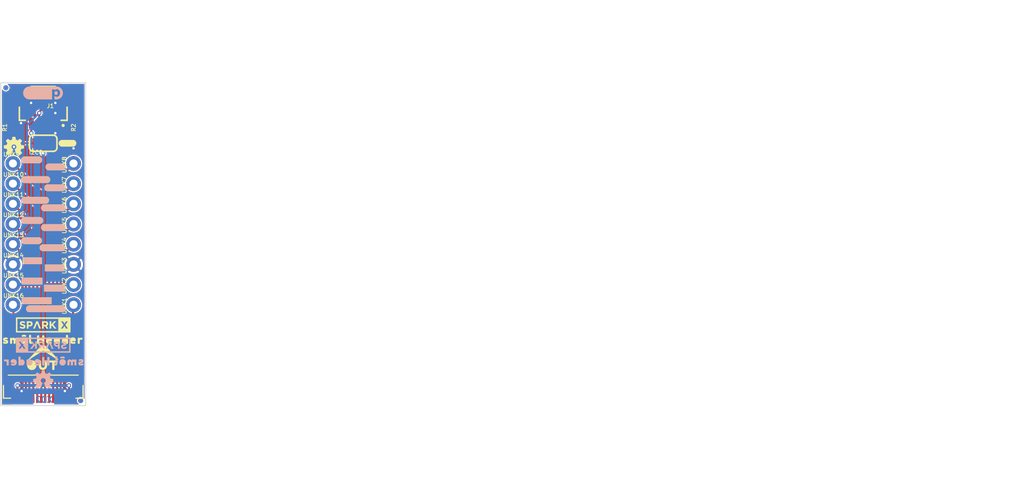
<source format=kicad_pcb>
(kicad_pcb (version 20211014) (generator pcbnew)
  (layers (0 "F.Cu" signal) (31 "B.Cu" signal) (34 "B.Paste" user) (35 "F.Paste" user) (36 "B.SilkS" user "B.Silkscreen") (37 "F.SilkS" user "F.Silkscreen") (38 "B.Mask" user) (39 "F.Mask" user) (44 "Edge.Cuts" user))
  (net 0 "")
  (net 1 "GND")
  (net 2 "SCLK")
  (net 3 "COPI")
  (net 4 "CIPO")
  (net 5 "CS0")
  (net 6 "CS1")
  (net 7 "CS2")
  (net 8 "GPIO0")
  (net 9 "GPIO1")
  (net 10 "SDA")
  (net 11 "SCL")
  (net 12 "3.3V")
  (net 13 "V_USB")
  (net 14 "PROC_PWR_EN")
  (net 15 "N$1")
  (net 16 "N$2")
  (footprint "eagleBoard:#SDA#0" (layer "F.Cu") (at 147.1041 102.0191)
    (fp_text reference "U$11" hide)
    (fp_text value "" hide)
  )
  (footprint "eagleBoard:SMOL_SMALL" (layer "F.Cu") (at 148.5011 118.4021)
    (fp_text reference "U$39" hide)
    (fp_text value "SMOL_LOGOSMALL" hide)
  )
  (footprint "eagleBoard:0603" (layer "F.Cu") (at 152.8191 89.7636 -90)
    (fp_text reference "R2" (at 0 0.508 90) (layer "F.SilkS") (effects (font (size 0.512064 0.512064) (thickness 0.097536)) (justify right)))
    (fp_text value "2.2k" hide)
    (pad "1" smd roundrect (at -0.85 0 270) (size 1.1 1) (layers "F.Cu" "F.Paste" "F.Mask") (roundrect_rratio 0.0508) (net 10 "SDA"))
    (pad "2" smd roundrect (at 0.85 0 270) (size 1.1 1) (layers "F.Cu" "F.Paste" "F.Mask") (roundrect_rratio 0.0508) (net 16 "N$2"))
  )
  (footprint "eagleBoard:#3#3V#0" (layer "F.Cu") (at 149.8981 110.5281)
    (fp_text reference "U$4" hide)
    (fp_text value "" hide)
  )
  (footprint "eagleBoard:OUT0" (layer "F.Cu") (at 148.5011 120.2436)
    (fp_text reference "U$37" hide)
    (fp_text value "" hide)
  )
  (footprint "eagleBoard:#GPIO1#0" (layer "F.Cu") (at 147.4851 99.4791)
    (fp_text reference "U$14" hide)
    (fp_text value "" hide)
  )
  (footprint "eagleBoard:0603" (layer "F.Cu") (at 144.1831 89.7636 -90)
    (fp_text reference "R1" (at 0 0.508 90) (layer "F.SilkS") (effects (font (size 0.512064 0.512064) (thickness 0.097536)) (justify right)))
    (fp_text value "2.2k" hide)
    (pad "1" smd roundrect (at -0.85 0 270) (size 1.1 1) (layers "F.Cu" "F.Paste" "F.Mask") (roundrect_rratio 0.0508) (net 11 "SCL"))
    (pad "2" smd roundrect (at 0.85 0 270) (size 1.1 1) (layers "F.Cu" "F.Paste" "F.Mask") (roundrect_rratio 0.0508) (net 15 "N$1"))
  )
  (footprint "eagleBoard:1X01_NO_SILK" (layer "F.Cu") (at 152.3111 94.8436 90)
    (fp_text reference "UNK8" (at -1.27 -1.143 90) (layer "F.SilkS") (effects (font (size 0.512064 0.512064) (thickness 0.097536)) (justify left)))
    (fp_text value "")
    (pad "1" thru_hole circle (at 0 0 180) (size 1.8796 1.8796) (drill 1.016) (layers *.Cu *.Mask) (net 6 "CS1"))
  )
  (footprint "eagleBoard:#GND#0" (layer "F.Cu") (at 149.8981 107.9881)
    (fp_text reference "U$6" hide)
    (fp_text value "" hide)
  )
  (footprint "eagleBoard:1X01_NO_SILK" (layer "F.Cu") (at 144.6911 107.5436)
    (fp_text reference "UNK14" (at -1.27 -1.143) (layer "F.SilkS") (effects (font (size 0.512064 0.512064) (thickness 0.097536)) (justify left)))
    (fp_text value "")
    (pad "1" thru_hole circle (at 0 0 90) (size 1.8796 1.8796) (drill 1.016) (layers *.Cu *.Mask) (net 1 "GND"))
  )
  (footprint "eagleBoard:ORDERING_INSTRUCTIONS" (layer "F.Cu") (at 162.2171 74.5236)
    (fp_text reference "LOGO1" hide)
    (fp_text value "SPECIAL_INSTRUCTIONS-ORDERING" hide)
  )
  (footprint "eagleBoard:#GPIO0#0" (layer "F.Cu") (at 147.5486 96.8756)
    (fp_text reference "U$16" hide)
    (fp_text value "" hide)
  )
  (footprint "eagleBoard:#V_USB#0" (layer "F.Cu") (at 147.6756 112.1156)
    (fp_text reference "U$3" hide)
    (fp_text value "" hide)
  )
  (footprint "eagleBoard:#CS2#0" (layer "F.Cu") (at 147.0406 94.3991)
    (fp_text reference "U$18" hide)
    (fp_text value "" hide)
  )
  (footprint "eagleBoard:1X01_NO_SILK" (layer "F.Cu") (at 144.6911 94.8436)
    (fp_text reference "UNK9" (at -1.27 -1.143) (layer "F.SilkS") (effects (font (size 0.512064 0.512064) (thickness 0.097536)) (justify left)))
    (fp_text value "")
    (pad "1" thru_hole circle (at 0 0 90) (size 1.8796 1.8796) (drill 1.016) (layers *.Cu *.Mask) (net 7 "CS2"))
  )
  (footprint "eagleBoard:1X01_NO_SILK" (layer "F.Cu") (at 144.6911 112.6236)
    (fp_text reference "UNK16" (at -1.27 -1.143) (layer "F.SilkS") (effects (font (size 0.512064 0.512064) (thickness 0.097536)) (justify left)))
    (fp_text value "")
    (pad "1" thru_hole circle (at 0 0 90) (size 1.8796 1.8796) (drill 1.016) (layers *.Cu *.Mask) (net 13 "V_USB"))
  )
  (footprint "eagleBoard:#CIPO#0" (layer "F.Cu") (at 149.7711 100.4316)
    (fp_text reference "U$12" hide)
    (fp_text value "" hide)
  )
  (footprint "eagleBoard:1X01_NO_SILK" (layer "F.Cu") (at 152.3111 110.0836 90)
    (fp_text reference "UNK2" (at -1.27 -1.143 90) (layer "F.SilkS") (effects (font (size 0.512064 0.512064) (thickness 0.097536)) (justify left)))
    (fp_text value "")
    (pad "1" thru_hole circle (at 0 0 180) (size 1.8796 1.8796) (drill 1.016) (layers *.Cu *.Mask) (net 12 "3.3V"))
  )
  (footprint "eagleBoard:CREATIVE_COMMONS" (layer "F.Cu") (at 188.8871 135.4836)
    (fp_text reference "FRAME1" hide)
    (fp_text value "FRAME-LEDGER" hide)
  )
  (footprint "eagleBoard:SM�L_HEADER0" (layer "F.Cu") (at 148.5011 117.0051)
    (fp_text reference "U$13" hide)
    (fp_text value "" hide)
  )
  (footprint "eagleBoard:1X01_NO_SILK" (layer "F.Cu") (at 144.6911 105.0036)
    (fp_text reference "UNK13" (at -1.27 -1.143) (layer "F.SilkS") (effects (font (size 0.512064 0.512064) (thickness 0.097536)) (justify left)))
    (fp_text value "")
    (pad "1" thru_hole circle (at 0 0 90) (size 1.8796 1.8796) (drill 1.016) (layers *.Cu *.Mask) (net 11 "SCL"))
  )
  (footprint "eagleBoard:1X01_NO_SILK" (layer "F.Cu") (at 152.3111 105.0036 90)
    (fp_text reference "UNK4" (at -1.27 -1.143 90) (layer "F.SilkS") (effects (font (size 0.512064 0.512064) (thickness 0.097536)) (justify left)))
    (fp_text value "")
    (pad "1" thru_hole circle (at 0 0 180) (size 1.8796 1.8796) (drill 1.016) (layers *.Cu *.Mask) (net 2 "SCLK"))
  )
  (footprint "eagleBoard:1X01_NO_SILK" (layer "F.Cu") (at 152.3111 112.6236 90)
    (fp_text reference "UNK1" (at -1.27 -1.143 90) (layer "F.SilkS") (effects (font (size 0.512064 0.512064) (thickness 0.097536)) (justify left)))
    (fp_text value "")
    (pad "1" thru_hole circle (at 0 0 180) (size 1.8796 1.8796) (drill 1.016) (layers *.Cu *.Mask) (net 14 "PROC_PWR_EN"))
  )
  (footprint "eagleBoard:OSHW-LOGO-MINI" (layer "F.Cu") (at 144.8181 92.7481)
    (fp_text reference "LOGO2" hide)
    (fp_text value "OSHW-LOGOMINI" hide)
  )
  (footprint "eagleBoard:1X01_NO_SILK" (layer "F.Cu") (at 152.3111 99.9236 90)
    (fp_text reference "UNK6" (at -1.27 -1.143 90) (layer "F.SilkS") (effects (font (size 0.512064 0.512064) (thickness 0.097536)) (justify left)))
    (fp_text value "")
    (pad "1" thru_hole circle (at 0 0 180) (size 1.8796 1.8796) (drill 1.016) (layers *.Cu *.Mask) (net 4 "CIPO"))
  )
  (footprint "eagleBoard:#COPI#0" (layer "F.Cu") (at 149.7711 102.9081)
    (fp_text reference "U$10" hide)
    (fp_text value "" hide)
  )
  (footprint "eagleBoard:#I�C#0" (layer "F.Cu") (at 151.5491 92.3036)
    (fp_text reference "U$19" hide)
    (fp_text value "" hide)
  )
  (footprint "eagleBoard:1X01_NO_SILK" (layer "F.Cu") (at 152.3111 102.4636 90)
    (fp_text reference "UNK5" (at -1.27 -1.143 90) (layer "F.SilkS") (effects (font (size 0.512064 0.512064) (thickness 0.097536)) (justify left)))
    (fp_text value "")
    (pad "1" thru_hole circle (at 0 0 180) (size 1.8796 1.8796) (drill 1.016) (layers *.Cu *.Mask) (net 3 "COPI"))
  )
  (footprint "eagleBoard:#CS0#0" (layer "F.Cu") (at 149.9616 97.8916)
    (fp_text reference "U$15" hide)
    (fp_text value "" hide)
  )
  (footprint "eagleBoard:FPC_16_0.5MM" (layer "F.Cu") (at 148.5011 123.2281 180)
    (fp_text reference "OUT0" hide)
    (fp_text value "" hide)
    (pad "1" smd roundrect (at -3.75 -1.35 180) (size 0.3 0.8) (layers "F.Cu" "F.Mask") (roundrect_rratio 0.1693333333) (net 14 "PROC_PWR_EN"))
    (pad "2" smd roundrect (at -3.25 -1.35 180) (size 0.3 0.8) (layers "F.Cu" "F.Mask") (roundrect_rratio 0.1693333333) (net 12 "3.3V"))
    (pad "3" smd roundrect (at -2.75 -1.35 180) (size 0.3 0.8) (layers "F.Cu" "F.Mask") (roundrect_rratio 0.1693333333) (net 1 "GND"))
    (pad "4" smd roundrect (at -2.25 -1.35 180) (size 0.3 0.8) (layers "F.Cu" "F.Mask") (roundrect_rratio 0.1693333333) (net 2 "SCLK"))
    (pad "5" smd roundrect (at -1.75 -1.35 180) (size 0.3 0.8) (layers "F.Cu" "F.Mask") (roundrect_rratio 0.1693333333) (net 3 "COPI"))
    (pad "6" smd roundrect (at -1.25 -1.35 180) (size 0.3 0.8) (layers "F.Cu" "F.Mask") (roundrect_rratio 0.1693333333) (net 4 "CIPO"))
    (pad "7" smd roundrect (at -0.75 -1.35 180) (size 0.3 0.8) (layers "F.Cu" "F.Mask") (roundrect_rratio 0.1693333333) (net 5 "CS0"))
    (pad "8" smd roundrect (at -0.25 -1.35 180) (size 0.3 0.8) (layers "F.Cu" "F.Mask") (roundrect_rratio 0.1693333333) (net 6 "CS1"))
    (pad "9" smd roundrect (at 0.25 -1.35 180) (size 0.3 0.8) (layers "F.Cu" "F.Mask") (roundrect_rratio 0.1693333333) (net 7 "CS2"))
    (pad "10" smd roundrect (at 0.75 -1.35 180) (size 0.3 0.8) (layers "F.Cu" "F.Mask") (roundrect_rratio 0.1693333333) (net 8 "GPIO0"))
    (pad "11" smd roundrect (at 1.25 -1.35 180) (size 0.3 0.8) (layers "F.Cu" "F.Mask") (roundrect_rratio 0.1693333333) (net 9 "GPIO1"))
    (pad "12" smd roundrect (at 1.75 -1.35 180) (size 0.3 0.8) (layers "F.Cu" "F.Mask") (roundrect_rratio 0.1693333333) (net 10 "SDA"))
    (pad "13" smd roundrect (at 2.25 -1.35 180) (size 0.3 0.8) (layers "F.Cu" "F.Mask") (roundrect_rratio 0.1693333333) (net 11 "SCL"))
    (pad "14" smd roundrect (at 2.75 -1.35 180) (size 0.3 0.8) (layers "F.Cu" "F.Mask") (roundrect_rratio 0.1693333333) (net 1 "GND"))
    (pad "15" smd roundrect (at 3.25 -1.35 180) (size 0.3 0.8) (layers "F.Cu" "F.Mask") (roundrect_rratio 0.1693333333) (net 12 "3.3V"))
    (pad "16" smd roundrect (at 3.75 -1.35 180) (size 0.3 0.8) (layers "F.Cu" "F.Mask") (roundrect_rratio 0.1693333333) (net 13 "V_USB"))
    (pad "MP1" smd roundrect (at -4.75 1.15 180) (size 0.4 0.8) (layers "F.Cu" "F.Paste" "F.Mask") (roundrect_rratio 0.127))
    (pad "MP2" smd roundrect (at 4.75 1.15 180) (size 0.4 0.8) (layers "F.Cu" "F.Paste" "F.Mask") (roundrect_rratio 0.127))
  )
  (footprint "eagleBoard:#SCLK#0" (layer "F.Cu") (at 149.6441 105.4481)
    (fp_text reference "U$8" hide)
    (fp_text value "" hide)
  )
  (footprint "eagleBoard:#SCL#0" (layer "F.Cu") (at 147.0406 104.5591)
    (fp_text reference "U$9" hide)
    (fp_text value "" hide)
  )
  (footprint "eagleBoard:FIDUCIAL-MICRO" (layer "F.Cu") (at 143.8021 85.3186)
    (fp_text reference "FD1" hide)
    (fp_text value "FIDUCIALUFIDUCIAL" hide)
    (pad "1" smd roundrect (at 0 0) (size 0.635 0.635) (layers "F.Cu" "F.Mask") (roundrect_rratio 0.5))
  )
  (footprint "eagleBoard:1X01_NO_SILK" (layer "F.Cu") (at 144.6911 102.4636)
    (fp_text reference "UNK12" (at -1.27 -1.143) (layer "F.SilkS") (effects (font (size 0.512064 0.512064) (thickness 0.097536)) (justify left)))
    (fp_text value "")
    (pad "1" thru_hole circle (at 0 0 90) (size 1.8796 1.8796) (drill 1.016) (layers *.Cu *.Mask) (net 10 "SDA"))
  )
  (footprint "eagleBoard:1X01_NO_SILK" (layer "F.Cu") (at 144.6911 97.3836)
    (fp_text reference "UNK10" (at -1.27 -1.143) (layer "F.SilkS") (effects (font (size 0.512064 0.512064) (thickness 0.097536)) (justify left)))
    (fp_text value "")
    (pad "1" thru_hole circle (at 0 0 90) (size 1.8796 1.8796) (drill 1.016) (layers *.Cu *.Mask) (net 8 "GPIO0"))
  )
  (footprint "eagleBoard:1X01_NO_SILK" (layer "F.Cu") (at 144.6911 110.0836)
    (fp_text reference "UNK15" (at -1.27 -1.143) (layer "F.SilkS") (effects (font (size 0.512064 0.512064) (thickness 0.097536)) (justify left)))
    (fp_text value "")
    (pad "1" thru_hole circle (at 0 0 90) (size 1.8796 1.8796) (drill 1.016) (layers *.Cu *.Mask) (net 12 "3.3V"))
  )
  (footprint "eagleBoard:#3#3V#0" (layer "F.Cu") (at 147.1041 109.6391)
    (fp_text reference "U$2" hide)
    (fp_text value "" hide)
  )
  (footprint "eagleBoard:1X01_NO_SILK" (layer "F.Cu") (at 152.3111 107.5436 90)
    (fp_text reference "UNK3" (at -1.27 -1.143 90) (layer "F.SilkS") (effects (font (size 0.512064 0.512064) (thickness 0.097536)) (justify left)))
    (fp_text value "")
    (pad "1" thru_hole circle (at 0 0 180) (size 1.8796 1.8796) (drill 1.016) (layers *.Cu *.Mask) (net 1 "GND"))
  )
  (footprint "eagleBoard:#CS1#0" (layer "F.Cu") (at 150.0251 95.2881)
    (fp_text reference "U$17" hide)
    (fp_text value "" hide)
  )
  (footprint "eagleBoard:JST04_1MM_RA" (layer "F.Cu") (at 148.5011 89.7636 180)
    (fp_text reference "J1" (at -1.397 2.159) (layer "F.SilkS") (effects (font (size 0.512064 0.512064) (thickness 0.097536)) (justify right)))
    (fp_text value "QWIIC_RIGHT_ANGLE" hide)
    (pad "1" smd roundrect (at -1.5 0 180) (size 0.6 1.35) (layers "F.Cu" "F.Paste" "F.Mask") (roundrect_rratio 0.08466666667) (net 1 "GND"))
    (pad "2" smd roundrect (at -0.5 0 180) (size 0.6 1.35) (layers "F.Cu" "F.Paste" "F.Mask") (roundrect_rratio 0.08466666667) (net 12 "3.3V"))
    (pad "3" smd roundrect (at 0.5 0 180) (size 0.6 1.35) (layers "F.Cu" "F.Paste" "F.Mask") (roundrect_rratio 0.08466666667) (net 10 "SDA"))
    (pad "4" smd roundrect (at 1.5 0 180) (size 0.6 1.35) (layers "F.Cu" "F.Paste" "F.Mask") (roundrect_rratio 0.08466666667) (net 11 "SCL"))
    (pad "NC1" smd roundrect (at 2.8 3.675 180) (size 1.2 2) (layers "F.Cu" "F.Paste" "F.Mask") (roundrect_rratio 0.04233333333))
    (pad "NC2" smd roundrect (at -2.8 3.675 180) (size 1.2 2) (layers "F.Cu" "F.Paste" "F.Mask") (roundrect_rratio 0.04233333333))
  )
  (footprint "eagleBoard:1X01_NO_SILK" (layer "F.Cu") (at 152.3111 97.3836 90)
    (fp_text reference "UNK7" (at -1.27 -1.143 90) (layer "F.SilkS") (effects (font (size 0.512064 0.512064) (thickness 0.097536)) (justify left)))
    (fp_text value "")
    (pad "1" thru_hole circle (at 0 0 180) (size 1.8796 1.8796) (drill 1.016) (layers *.Cu *.Mask) (net 5 "CS0"))
  )
  (footprint "eagleBoard:#PWR_EN#0" (layer "F.Cu") (at 148.8186 113.1316)
    (fp_text reference "U$5" hide)
    (fp_text value "" hide)
  )
  (footprint "eagleBoard:FIDUCIAL-MICRO" (layer "F.Cu") (at 153.2001 124.6886)
    (fp_text reference "FD3" hide)
    (fp_text value "FIDUCIALUFIDUCIAL" hide)
    (pad "1" smd roundrect (at 0 0) (size 0.635 0.635) (layers "F.Cu" "F.Mask") (roundrect_rratio 0.5))
  )
  (footprint "eagleBoard:SMT-JUMPER_3_2-NC_TRACE_SILK" (layer "F.Cu") (at 148.5011 92.3036 180)
    (fp_text reference "I2C0" (at 0 -1.143) (layer "F.SilkS") (effects (font (size 0.512064 0.512064) (thickness 0.097536)) (justify right)))
    (fp_text value "JUMPER-SMT_3_2-NC_TRACE_SILK" hide)
    (fp_poly (pts (xy 0.7112 0.13335) (xy -0.7112 0.13335) (xy -0.7112 -0.13335) (xy 0.7112 -0.13335)) (layer "F.Cu") (width 0) (fill solid))
    (pad "1" smd roundrect (at -1.0414 0 180) (size 0.6604 1.27) (layers "F.Cu" "F.Mask") (roundrect_rratio 0.07692307692) (net 16 "N$2"))
    (pad "2" smd roundrect (at 0 0 180) (size 0.6604 1.27) (layers "F.Cu" "F.Mask") (roundrect_rratio 0.07692307692) (net 12 "3.3V"))
    (pad "3" smd roundrect (at 1.0414 0 180) (size 0.6604 1.27) (layers "F.Cu" "F.Mask") (roundrect_rratio 0.07692307692) (net 15 "N$1"))
  )
  (footprint "eagleBoard:1X01_NO_SILK" (layer "F.Cu") (at 144.6911 99.9236)
    (fp_text reference "UNK11" (at -1.27 -1.143) (layer "F.SilkS") (effects (font (size 0.512064 0.512064) (thickness 0.097536)) (justify left)))
    (fp_text value "")
    (pad "1" thru_hole circle (at 0 0 90) (size 1.8796 1.8796) (drill 1.016) (layers *.Cu *.Mask) (net 9 "GPIO1"))
  )
  (footprint "eagleBoard:#GND#0" (layer "F.Cu") (at 147.1041 107.0991)
    (fp_text reference "U$7" hide)
    (fp_text value "" hide)
  )
  (footprint "eagleBoard:SPARKX-SMALL" (layer "F.Cu") (at 148.5011 115.1636)
    (fp_text reference "U$1" hide)
    (fp_text value "SPARKX-LOGO3" hide)
  )
  (footprint "eagleBoard:#PWR_EN#0" (layer "B.Cu") (at 148.8186 113.1316 180)
    (fp_text reference "U$25" hide)
    (fp_text value "" hide)
  )
  (footprint "eagleBoard:#3#3V#0" (layer "B.Cu") (at 147.1041 109.6391 180)
    (fp_text reference "U$23" hide)
    (fp_text value "" hide)
  )
  (footprint "eagleBoard:QWIIC_5MM" (layer "B.Cu") (at 148.5011 85.9536 180)
    (fp_text reference "LOGO4" hide)
    (fp_text value "QWIIC_LOGO_5MM" hide)
  )
  (footprint "eagleBoard:#SCLK#0" (layer "B.Cu") (at 149.6441 105.4481 180)
    (fp_text reference "U$28" hide)
    (fp_text value "" hide)
  )
  (footprint "eagleBoard:#V_USB#0" (layer "B.Cu") (at 147.6756 112.1156 180)
    (fp_text reference "U$22" hide)
    (fp_text value "" hide)
  )
  (footprint "eagleBoard:#CS0#0" (layer "B.Cu") (at 149.9616 97.8916 180)
    (fp_text reference "U$33" hide)
    (fp_text value "" hide)
  )
  (footprint "eagleBoard:#CS1#0" (layer "B.Cu") (at 150.0251 95.2881 180)
    (fp_text reference "U$35" hide)
    (fp_text value "" hide)
  )
  (footprint "eagleBoard:#COPI#0" (layer "B.Cu") (at 149.7711 102.9081 180)
    (fp_text reference "U$29" hide)
    (fp_text value "" hide)
  )
  (footprint "eagleBoard:#GPIO1#0" (layer "B.Cu") (at 147.4851 99.4791 180)
    (fp_text reference "U$32" hide)
    (fp_text value "" hide)
  )
  (footprint "eagleBoard:#SCL#0" (layer "B.Cu") (at 147.0406 104.5591 180)
    (fp_text reference "U$38" hide)
    (fp_text value "" hide)
  )
  (footprint "eagleBoard:FIDUCIAL-MICRO" (layer "B.Cu") (at 143.8021 85.3186 180)
    (fp_text reference "FD2" hide)
    (fp_text value "FIDUCIALUFIDUCIAL" hide)
    (pad "1" smd roundrect (at 0 0 180) (size 0.635 0.635) (layers "B.Cu" "B.Mask") (roundrect_rratio 0.5))
  )
  (footprint "eagleBoard:#CS2#0" (layer "B.Cu") (at 147.0406 94.3991 180)
    (fp_text reference "U$36" hide)
    (fp_text value "" hide)
  )
  (footprint "eagleBoard:#GND#0" (layer "B.Cu") (at 147.1676 107.0991 180)
    (fp_text reference "U$27" hide)
    (fp_text value "" hide)
  )
  (footprint "eagleBoard:#CIPO#0" (layer "B.Cu") (at 149.7711 100.4316 180)
    (fp_text reference "U$31" hide)
    (fp_text value "" hide)
  )
  (footprint "eagleBoard:OSHW-LOGO-MINI" (layer "B.Cu") (at 148.5011 122.1486 180)
    (fp_text reference "LOGO3" hide)
    (fp_text value "OSHW-LOGOMINI" hide)
  )
  (footprint "eagleBoard:SM�L_HEADER0" (layer "B.Cu") (at 148.5011 119.7356 180)
    (fp_text reference "U$21" hide)
    (fp_text value "" hide)
  )
  (footprint "eagleBoard:SPARKX-SMALL" (layer "B.Cu") (at 148.5011 117.7036 180)
    (fp_text reference "U$20" hide)
    (fp_text value "SPARKX-LOGO3" hide)
  )
  (footprint "eagleBoard:#GND#0" (layer "B.Cu") (at 149.8981 107.9881 180)
    (fp_text reference "U$26" hide)
    (fp_text value "" hide)
  )
  (footprint "eagleBoard:FIDUCIAL-MICRO" (layer "B.Cu") (at 153.2001 124.6886 180)
    (fp_text reference "FD4" hide)
    (fp_text value "FIDUCIALUFIDUCIAL" hide)
    (pad "1" smd roundrect (at 0 0 180) (size 0.635 0.635) (layers "B.Cu" "B.Mask") (roundrect_rratio 0.5))
  )
  (footprint "eagleBoard:#SDA#0" (layer "B.Cu") (at 147.1041 102.0191 180)
    (fp_text reference "U$30" hide)
    (fp_text value "" hide)
  )
  (footprint "eagleBoard:#3#3V#0" (layer "B.Cu") (at 149.8981 110.5281 180)
    (fp_text reference "U$24" hide)
    (fp_text value "" hide)
  )
  (footprint "eagleBoard:#GPIO0#0" (layer "B.Cu") (at 147.5486 96.8756 180)
    (fp_text reference "U$34" hide)
    (fp_text value "" hide)
  )
  (gr_line (start 153.8351 84.6836) (end 143.1671 84.6836) (layer "Edge.Cuts") (width 0.1016))
  (gr_line (start 143.1671 125.3236) (end 153.8351 125.3236) (layer "Edge.Cuts") (width 0.1016))
  (gr_line (start 143.1671 84.6836) (end 143.1671 125.3236) (layer "Edge.Cuts") (width 0.1016))
  (gr_line (start 153.8351 125.3236) (end 153.8351 84.6836) (layer "Edge.Cuts") (width 0.1016))
  (gr_text "X02" (at 147.4216 124.1171) (layer "B.Cu") (effects (font (size 0.75565 0.75565) (thickness 0.13335)) (justify right top mirror)))
  (segment (start 150.0011 91.0096) (end 150.0251 91.0336) (width 0.4064) (layer "F.Cu") (net 1))
  (segment (start 145.7511 124.5781) (end 145.7511 123.5131) (width 0.254) (layer "F.Cu") (net 1))
  (segment (start 145.7511 123.5131) (end 145.7821 123.4821) (width 0.254) (layer "F.Cu") (net 1))
  (segment (start 150.0011 89.7636) (end 150.0011 91.0096) (width 0.4064) (layer "F.Cu") (net 1))
  (segment (start 150.0011 89.7636) (end 150.0011 88.5176) (width 0.4064) (layer "F.Cu") (net 1))
  (segment (start 151.2511 124.5781) (end 151.2511 123.5131) (width 0.254) (layer "F.Cu") (net 1))
  (segment (start 150.0011 88.5176) (end 150.0251 88.4936) (width 0.4064) (layer "F.Cu") (net 1))
  (segment (start 151.2511 123.5131) (end 151.2201 123.4821) (width 0.254) (layer "F.Cu") (net 1))
  (via (at 151.2201 123.4821) (size 0.554) (drill 0.3) (layers "F.Cu" "B.Cu") (net 1))
  (via (at 150.0251 91.0336) (size 0.554) (drill 0.3) (layers "F.Cu" "B.Cu") (net 1))
  (via (at 150.0251 88.4936) (size 0.554) (drill 0.3) (layers "F.Cu" "B.Cu") (net 1))
  (via (at 146.9771 87.2236) (size 0.554) (drill 0.3) (layers "F.Cu" "B.Cu") (net 1))
  (via (at 145.7071 89.7636) (size 0.554) (drill 0.3) (layers "F.Cu" "B.Cu") (net 1))
  (via (at 145.7821 123.4821) (size 0.554) (drill 0.3) (layers "F.Cu" "B.Cu") (net 1))
  (via (at 152.3111 92.9386) (size 0.554) (drill 0.3) (layers "F.Cu" "B.Cu") (net 1))
  (via (at 150.0251 87.2236) (size 0.554) (drill 0.3) (layers "F.Cu" "B.Cu") (net 1))
  (via (at 144.8181 92.7481) (size 0.554) (drill 0.3) (layers "F.Cu" "B.Cu") (net 1))
  (segment (start 150.6891 123.70205) (end 150.7511 123.76405) (width 0.254) (layer "F.Cu") (net 2))
  (segment (start 152.3111 105.0036) (end 150.6891 106.6256) (width 0.254) (layer "F.Cu") (net 2))
  (segment (start 150.7511 123.76405) (end 150.7511 124.5781) (width 0.254) (layer "F.Cu") (net 2))
  (segment (start 150.6891 106.6256) (end 150.6891 123.70205) (width 0.254) (layer "F.Cu") (net 2))
  (segment (start 152.3111 102.4636) (end 150.2511 104.5236) (width 0.254) (layer "F.Cu") (net 3))
  (segment (start 150.2511 104.5236) (end 150.2511 124.5781) (width 0.254) (layer "F.Cu") (net 3))
  (segment (start 152.3111 99.9236) (end 149.7511 102.4836) (width 0.254) (layer "F.Cu") (net 4))
  (segment (start 149.7511 102.4836) (end 149.7511 124.5781) (width 0.254) (layer "F.Cu") (net 4))
  (segment (start 152.3111 97.3836) (end 149.2511 100.4436) (width 0.254) (layer "F.Cu") (net 5))
  (segment (start 149.2511 100.4436) (end 149.2511 124.5781) (width 0.254) (layer "F.Cu") (net 5))
  (segment (start 148.7511 98.4036) (end 148.7511 124.5781) (width 0.254) (layer "F.Cu") (net 6))
  (segment (start 152.3111 94.8436) (end 148.7511 98.4036) (width 0.254) (layer "F.Cu") (net 6))
  (segment (start 144.6911 94.8436) (end 148.2511 98.4036) (width 0.254) (layer "F.Cu") (net 7))
  (segment (start 148.2511 98.4036) (end 148.2511 124.5781) (width 0.254) (layer "F.Cu") (net 7))
  (segment (start 147.7511 100.4436) (end 147.7511 124.5781) (width 0.254) (layer "F.Cu") (net 8))
  (segment (start 144.6911 97.3836) (end 147.7511 100.4436) (width 0.254) (layer "F.Cu") (net 8))
  (segment (start 144.6911 99.9236) (end 147.2511 102.4836) (width 0.254) (layer "F.Cu") (net 9))
  (segment (start 147.2511 102.4836) (end 147.2511 124.5781) (width 0.254) (layer "F.Cu") (net 9))
  (segment (start 144.6911 102.4636) (end 146.7511 104.5236) (width 0.254) (layer "F.Cu") (net 10))
  (segment (start 151.7641 87.8586) (end 148.5011 87.8586) (width 0.254) (layer "F.Cu") (net 10))
  (segment (start 148.5011 87.8586) (end 148.0011 88.3586) (width 0.254) (layer "F.Cu") (net 10))
  (segment (start 148.0011 88.3586) (end 148.0011 88.4936) (width 0.254) (layer "F.Cu") (net 10))
  (segment (start 146.7511 104.5236) (end 146.7511 124.5781) (width 0.254) (layer "F.Cu") (net 10))
  (segment (start 148.0011 88.4936) (end 148.0011 89.7636) (width 0.254) (layer "F.Cu") (net 10))
  (segment (start 152.8191 88.9136) (end 151.7641 87.8586) (width 0.254) (layer "F.Cu") (net 10))
  (via (at 148.0011 88.4936) (size 0.554) (drill 0.3) (layers "F.Cu" "B.Cu") (net 10))
  (segment (start 144.6911 102.4636) (end 146.4691 100.6856) (width 0.254) (layer "B.Cu") (net 10))
  (segment (start 146.4691 90.0256) (end 148.0011 88.4936) (width 0.254) (layer "B.Cu") (net 10))
  (segment (start 146.4691 100.6856) (end 146.4691 90.0256) (width 0.254) (layer "B.Cu") (net 10))
  (segment (start 146.3131 106.6256) (end 146.3131 123.70205) (width 0.254) (layer "F.Cu") (net 11))
  (segment (start 146.2511 123.76405) (end 146.2511 124.5781) (width 0.254) (layer "F.Cu") (net 11))
  (segment (start 144.6911 105.0036) (end 146.3131 106.6256) (width 0.254) (layer "F.Cu") (net 11))
  (segment (start 147.0001 91.0336) (end 147.0001 89.7646) (width 0.254) (layer "F.Cu") (net 11))
  (segment (start 147.0001 89.7646) (end 147.0011 89.7636) (width 0.254) (layer "F.Cu") (net 11))
  (segment (start 146.5081 88.9136) (end 147.0011 89.4066) (width 0.254) (layer "F.Cu") (net 11))
  (segment (start 146.3131 123.70205) (end 146.2511 123.76405) (width 0.254) (layer "F.Cu") (net 11))
  (segment (start 144.1831 88.9136) (end 146.5081 88.9136) (width 0.254) (layer "F.Cu") (net 11))
  (segment (start 147.0011 89.4066) (end 147.0011 89.7636) (width 0.254) (layer "F.Cu") (net 11))
  (via (at 147.0001 91.0336) (size 0.554) (drill 0.3) (layers "F.Cu" "B.Cu") (net 11))
  (segment (start 146.9771 91.0566) (end 147.0001 91.0336) (width 0.254) (layer "B.Cu") (net 11))
  (segment (start 146.9771 102.7176) (end 146.9771 91.0566) (width 0.254) (layer "B.Cu") (net 11))
  (segment (start 144.6911 105.0036) (end 146.9771 102.7176) (width 0.254) (layer "B.Cu") (net 11))
  (segment (start 148.5011 91.2876) (end 148.5011 92.3036) (width 0.4064) (layer "F.Cu") (net 12))
  (segment (start 148.5011 92.3036) (end 148.5011 93.5736) (width 0.4064) (layer "F.Cu") (net 12))
  (segment (start 145.2511 124.5781) (end 145.2511 122.8146) (width 0.254) (layer "F.Cu") (net 12))
  (segment (start 149.0011 89.7636) (end 149.0011 90.7876) (width 0.4064) (layer "F.Cu") (net 12))
  (segment (start 145.2511 122.8146) (end 145.2821 122.7836) (width 0.254) (layer "F.Cu") (net 12))
  (segment (start 151.7511 124.5781) (end 151.7511 122.8146) (width 0.254) (layer "F.Cu") (net 12))
  (segment (start 149.0011 90.7876) (end 148.5011 91.2876) (width 0.4064) (layer "F.Cu") (net 12))
  (segment (start 151.7511 122.8146) (end 151.7201 122.7836) (width 0.254) (layer "F.Cu") (net 12))
  (via (at 148.5011 93.5736) (size 0.554) (drill 0.3) (layers "F.Cu" "B.Cu") (net 12))
  (via (at 145.2821 122.7836) (size 0.554) (drill 0.3) (layers "F.Cu" "B.Cu") (net 12))
  (via (at 151.7201 122.7836) (size 0.554) (drill 0.3) (layers "F.Cu" "B.Cu") (net 12))
  (segment (start 144.6911 110.0836) (end 148.5011 110.0836) (width 0.4064) (layer "B.Cu") (net 12))
  (segment (start 152.3111 110.0836) (end 148.5011 110.0836) (width 0.4064) (layer "B.Cu") (net 12))
  (segment (start 148.5011 93.5736) (end 148.5011 110.0836) (width 0.4064) (layer "B.Cu") (net 12))
  (segment (start 148.5011 110.0836) (end 148.5011 122.7836) (width 0.4064) (layer "B.Cu") (net 12))
  (segment (start 145.2821 122.7836) (end 148.5011 122.7836) (width 0.4064) (layer "B.Cu") (net 12))
  (segment (start 148.5011 122.7836) (end 151.7201 122.7836) (width 0.4064) (layer "B.Cu") (net 12))
  (segment (start 144.7511 124.5781) (end 144.7511 112.6836) (width 0.254) (layer "F.Cu") (net 13))
  (segment (start 144.7511 112.6836) (end 144.6911 112.6236) (width 0.254) (layer "F.Cu") (net 13))
  (segment (start 152.2511 124.5781) (end 152.2511 112.6836) (width 0.254) (layer "F.Cu") (net 14))
  (segment (start 152.2511 112.6836) (end 152.3111 112.6236) (width 0.254) (layer "F.Cu") (net 14))
  (segment (start 145.8731 92.3036) (end 147.4597 92.3036) (width 0.254) (layer "F.Cu") (net 15))
  (segment (start 144.1831 90.6136) (end 145.8731 92.3036) (width 0.254) (layer "F.Cu") (net 15))
  (segment (start 151.1291 92.3036) (end 149.5425 92.3036) (width 0.254) (layer "F.Cu") (net 16))
  (segment (start 152.8191 90.6136) (end 151.1291 92.3036) (width 0.254) (layer "F.Cu") (net 16))
  (zone (net 1) (net_name "GND") (layer "F.Cu") (priority 3) (connect_pads (clearance 0.1524)) (min_thickness 0.1016) (fill yes (thermal_gap 0.2532) (thermal_bridge_width 0.2532))
    (polygon (pts (xy 153.9367 125.4252) (xy 143.0655 125.4252) (xy 143.0655 84.582) (xy 153.9367 84.582)))
  )
  (zone (net 1) (net_name "GND") (layer "B.Cu") (priority 4) (connect_pads (clearance 0.1524)) (min_thickness 0.1016) (fill yes (thermal_gap 0.2532) (thermal_bridge_width 0.2532))
    (polygon (pts (xy 153.9367 125.4252) (xy 143.0655 125.4252) (xy 143.0655 84.582) (xy 153.9367 84.582)))
  )
)
</source>
